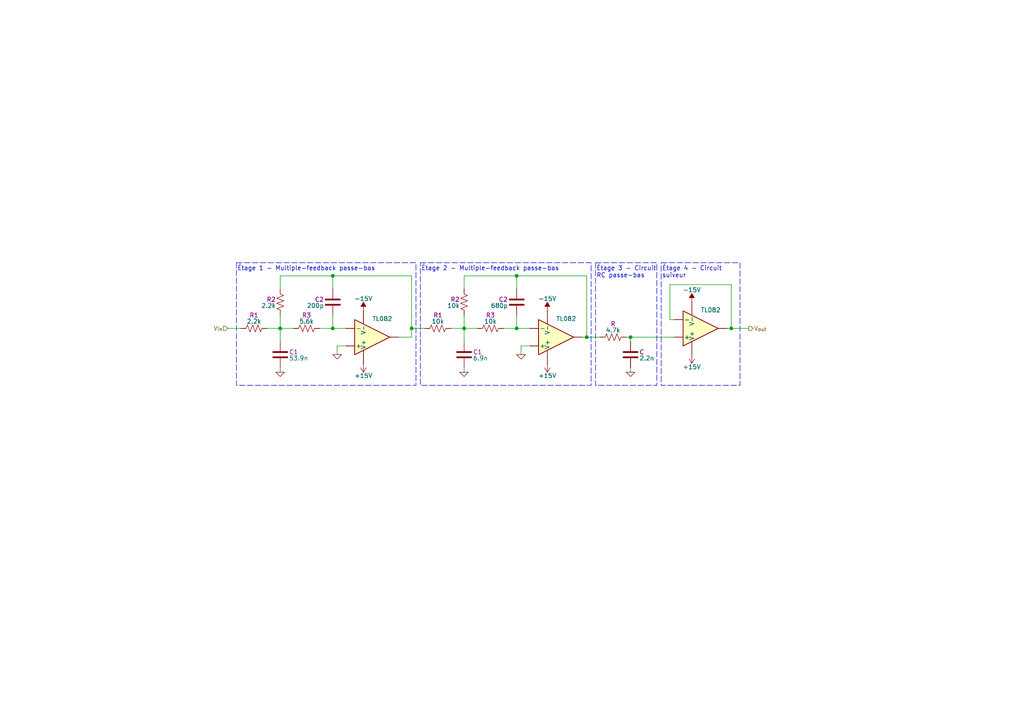
<source format=kicad_sch>
(kicad_sch (version 20250114) (generator "eeschema") (generator_version "9.0")
  (paper "A4")
  (title_block (title "Filtre passe-bas"))
  (lib_symbols
    (symbol "Device:C" (pin_numbers (hide yes)) (pin_names (offset 0.254))
      (property "Reference" "C" (at 0.635 2.54 0))
      (property "Value" "C" (at 0.635 -2.54 0))
      (symbol "C_0_1"
        (polyline (pts (xy -2.032 0.762) (xy 2.032 0.762)) (stroke (width 0.508)))
        (polyline (pts (xy -2.032 -0.762) (xy 2.032 -0.762)) (stroke (width 0.508)))
      )
      (symbol "C_1_1"
        (pin passive line (at 0 3.81 270) (length 2.794) (name "~") (number "1"))
        (pin passive line (at 0 -3.81 90) (length 2.794) (name "~") (number "2"))
      )
    )
    (symbol "Device:R_US" (pin_numbers (hide yes)) (pin_names (offset 0))
      (property "Reference" "R" (at 2.54 0 90))
      (property "Value" "R_US" (at -2.54 0 90))
      (symbol "R_US_0_1"
        (polyline (pts (xy 0 2.286) (xy 0 2.54)))
        (polyline (pts (xy 0 2.286) (xy 1.016 1.905) (xy 0 1.524) (xy -1.016 1.143) (xy 0 0.762)))
        (polyline (pts (xy 0 0.762) (xy 1.016 0.381) (xy 0 0) (xy -1.016 -0.381) (xy 0 -0.762)))
        (polyline (pts (xy 0 -0.762) (xy 1.016 -1.143) (xy 0 -1.524) (xy -1.016 -1.905) (xy 0 -2.286)))
        (polyline (pts (xy 0 -2.286) (xy 0 -2.54)))
      )
      (symbol "R_US_1_1"
        (pin passive line (at 0 3.81 270) (length 1.27) (name "~") (number "1"))
        (pin passive line (at 0 -3.81 90) (length 1.27) (name "~") (number "2"))
      )
    )
    (symbol "Simulation_SPICE:0" (power) (pin_numbers (hide yes)) (pin_names (offset 0) (hide yes))
      (property "Value" "0" (at 0 -2.54 0))
      (symbol "0_0_1"
        (polyline (pts (xy -1.27 0) (xy 0 -1.27) (xy 1.27 0) (xy -1.27 0)))
      )
      (symbol "0_1_1"
        (pin power_in line (at 0 0 0) (length 0) (name "~") (number "1"))
      )
    )
    (symbol "Simulation_SPICE:OPAMP" (pin_numbers (hide yes)) (pin_names (offset 0.254))
      (property "Reference" "U" (at 3.81 3.175 0))
      (property "Value" "${SIM.PARAMS}" (at 3.81 -3.175 0))
      (symbol "OPAMP_0_1"
        (polyline (pts (xy 5.08 0) (xy -5.08 5.08) (xy -5.08 -5.08) (xy 5.08 0)) (stroke (width 0.254)) (fill (type background)))
      )
      (symbol "OPAMP_1_1"
        (pin input line (at -7.62 2.54 0) (length 2.54) (name "+") (number "1"))
        (pin input line (at -7.62 -2.54 0) (length 2.54) (name "-") (number "2"))
        (pin power_in line (at -2.54 7.62 270) (length 3.81) (name "V+") (number "3"))
        (pin power_in line (at -2.54 -7.62 90) (length 3.81) (name "V-") (number "4"))
        (pin output line (at 7.62 0 180) (length 2.54) (name "~") (number "5"))
      )
    )
    (symbol "power:+15V" (power) (pin_numbers (hide yes)) (pin_names (offset 0) (hide yes))
      (property "Value" "+15V" (at 0 3.556 0))
      (symbol "+15V_0_1"
        (polyline (pts (xy -0.762 1.27) (xy 0 2.54)))
        (polyline (pts (xy 0 2.54) (xy 0.762 1.27)))
        (polyline (pts (xy 0 0) (xy 0 2.54)))
      )
      (symbol "+15V_1_1"
        (pin power_in line (at 0 0 90) (length 0) (name "~") (number "1"))
      )
    )
    (symbol "power:-15V" (power) (pin_numbers (hide yes)) (pin_names (offset 0) (hide yes))
      (property "Value" "-15V" (at 0 3.556 0))
      (symbol "-15V_0_0"
        (pin power_in line (at 0 0 90) (length 0) (name "~") (number "1"))
      )
      (symbol "-15V_0_1"
        (polyline (pts (xy 0 0) (xy 0 1.27) (xy 0.762 1.27) (xy 0 2.54) (xy -0.762 1.27) (xy 0 1.27)) (fill (type outline)))
      )
    )
  )
  (rectangle (start 121.92 76.2) (end 171.45 111.76) (stroke (width 0) (type dash)))
  (rectangle (start 191.77 76.2) (end 214.63 111.76) (stroke (width 0) (type dash)))
  (rectangle (start 68.58 76.2) (end 120.65 111.76) (stroke (width 0) (type dash)))
  (rectangle (start 172.72 76.2) (end 190.5 111.76) (stroke (width 0) (type dash)))
  (text "Étage 4 - Circuit \nsuiveur" (at 192.024 77.216 0) (effects (font (size 1.27 1.27)) (justify left top)))
  (text "Étage 2 - Multiple-feedback passe-bas" (at 122.174 77.216 0) (effects (font (size 1.27 1.27)) (justify left top)))
  (text "Étage 3 - Circuit\nRC passe-bas" (at 172.974 77.216 0) (effects (font (size 1.27 1.27)) (justify left top)))
  (text "Étage 1 - Multiple-feedback passe-bas" (at 68.834 77.216 0) (effects (font (size 1.27 1.27)) (justify left top)))
  (junction (at 96.52 80.01))
  (junction (at 149.86 80.01))
  (junction (at 170.18 97.79))
  (junction (at 212.09 95.25))
  (junction (at 182.88 97.79))
  (junction (at 81.28 95.25))
  (junction (at 119.38 95.25))
  (junction (at 149.86 95.25))
  (junction (at 134.62 95.25))
  (junction (at 96.52 95.25))
  (wire (pts (xy 81.28 83.82) (xy 81.28 80.01)))
  (wire (pts (xy 96.52 80.01) (xy 96.52 83.82)))
  (wire (pts (xy 195.58 92.71) (xy 194.31 92.71)))
  (wire (pts (xy 182.88 97.79) (xy 195.58 97.79)))
  (wire (pts (xy 134.62 91.44) (xy 134.62 95.25)))
  (wire (pts (xy 81.28 95.25) (xy 81.28 99.06)))
  (wire (pts (xy 170.18 97.79) (xy 173.99 97.79)))
  (wire (pts (xy 66.04 95.25) (xy 69.85 95.25)))
  (wire (pts (xy 81.28 107.95) (xy 81.28 106.68)))
  (wire (pts (xy 182.88 97.79) (xy 181.61 97.79)))
  (wire (pts (xy 96.52 91.44) (xy 96.52 95.25)))
  (wire (pts (xy 194.31 82.55) (xy 212.09 82.55)))
  (wire (pts (xy 77.47 95.25) (xy 81.28 95.25)))
  (wire (pts (xy 170.18 97.79) (xy 168.91 97.79)))
  (wire (pts (xy 149.86 95.25) (xy 153.67 95.25)))
  (wire (pts (xy 81.28 95.25) (xy 85.09 95.25)))
  (wire (pts (xy 210.82 95.25) (xy 212.09 95.25)))
  (wire (pts (xy 130.81 95.25) (xy 134.62 95.25)))
  (wire (pts (xy 134.62 80.01) (xy 149.86 80.01)))
  (wire (pts (xy 97.79 100.33) (xy 97.79 102.87)))
  (wire (pts (xy 81.28 80.01) (xy 96.52 80.01)))
  (wire (pts (xy 212.09 95.25) (xy 217.17 95.25)))
  (wire (pts (xy 134.62 95.25) (xy 138.43 95.25)))
  (wire (pts (xy 134.62 107.95) (xy 134.62 106.68)))
  (wire (pts (xy 134.62 83.82) (xy 134.62 80.01)))
  (wire (pts (xy 146.05 95.25) (xy 149.86 95.25)))
  (wire (pts (xy 170.18 80.01) (xy 170.18 97.79)))
  (wire (pts (xy 212.09 82.55) (xy 212.09 95.25)))
  (wire (pts (xy 151.13 100.33) (xy 151.13 102.87)))
  (wire (pts (xy 96.52 80.01) (xy 119.38 80.01)))
  (wire (pts (xy 119.38 80.01) (xy 119.38 95.25)))
  (wire (pts (xy 119.38 95.25) (xy 123.19 95.25)))
  (wire (pts (xy 149.86 80.01) (xy 149.86 83.82)))
  (wire (pts (xy 149.86 91.44) (xy 149.86 95.25)))
  (wire (pts (xy 194.31 92.71) (xy 194.31 82.55)))
  (wire (pts (xy 119.38 97.79) (xy 115.57 97.79)))
  (wire (pts (xy 182.88 107.95) (xy 182.88 106.68)))
  (wire (pts (xy 119.38 95.25) (xy 119.38 97.79)))
  (wire (pts (xy 96.52 95.25) (xy 100.33 95.25)))
  (wire (pts (xy 149.86 80.01) (xy 170.18 80.01)))
  (wire (pts (xy 92.71 95.25) (xy 96.52 95.25)))
  (wire (pts (xy 81.28 91.44) (xy 81.28 95.25)))
  (wire (pts (xy 134.62 95.25) (xy 134.62 99.06)))
  (wire (pts (xy 100.33 100.33) (xy 97.79 100.33)))
  (wire (pts (xy 153.67 100.33) (xy 151.13 100.33)))
  (wire (pts (xy 182.88 99.06) (xy 182.88 97.79)))
  (hierarchical_label "V_{in}" (shape input) (at 66.04 95.25 180))
  (hierarchical_label "V_{out}" (shape output) (at 217.17 95.25 0))
  (symbol (lib_id "Device:C") (at 134.62 102.87 0) (unit 1)
    (property "Reference" "C12" (effects (hide yes)))
    (property "Value" "6.9n" (at 137.16 103.886 0) (effects (justify left)))
    (property "Description" "Unpolarized capacitor" (effects (hide yes)))
    (property "Ref.Alt" "C1" (at 137.16 102.108 0) (effects (justify left)))
  )
  (symbol (lib_id "Device:C") (at 96.52 87.63 0) (mirror y) (unit 1)
    (property "Reference" "C10" (effects (hide yes)))
    (property "Value" "200p" (at 93.98 88.646 0) (effects (justify left)))
    (property "Description" "Unpolarized capacitor" (effects (hide yes)))
    (property "Ref.Alt" "C2" (at 93.98 86.868 0) (effects (justify left)))
  )
  (symbol (lib_id "Simulation_SPICE:OPAMP") (at 107.95 97.79 0) (mirror x) (unit 1)
    (property "Reference" "U16" (effects (hide yes)))
    (property "Value" "TL082" (at 107.95 92.456 0) (effects (justify left)))
    (property "Datasheet" "https://ngspice.sourceforge.io/docs/ngspice-html-manual/manual.xhtml#sec__SUBCKT_Subcircuits" (effects (hide yes)))
    (property "Description" "Operational amplifier, single" (effects (hide yes)))
    (property "Sim.Pins" "1=1 2=2 3=3 4=4 5=5" (effects (hide yes)))
    (property "Sim.Device" "SUBCKT" (effects (hide yes)))
    (property "Sim.Library" "TL082.MOD" (effects (hide yes)))
    (property "Sim.Name" "TL082" (effects (hide yes)))
  )
  (symbol (lib_id "Simulation_SPICE:0") (at 182.88 107.95 0) (unit 1)
    (property "Reference" "#GND036" (effects (hide yes)))
    (property "Value" "0" (effects (hide yes)))
    (property "Datasheet" "https://ngspice.sourceforge.io/docs/ngspice-html-manual/manual.xhtml#subsec_Circuit_elements__device" (effects (hide yes)))
    (property "Description" "0V reference potential for simulation" (effects (hide yes)))
  )
  (symbol (lib_id "power:-15V") (at 105.41 90.17 0) (unit 1)
    (property "Reference" "#PWR034" (effects (hide yes)))
    (property "Value" "-15V" (at 105.41 86.614 0))
    (property "Description" "Power symbol creates a global label with name \"-15V\"" (effects (hide yes)))
  )
  (symbol (lib_id "Device:C") (at 149.86 87.63 0) (mirror y) (unit 1)
    (property "Reference" "C13" (effects (hide yes)))
    (property "Value" "680p" (at 147.32 88.646 0) (effects (justify left)))
    (property "Description" "Unpolarized capacitor" (effects (hide yes)))
    (property "Ref.Alt" "C2" (at 147.32 86.868 0) (effects (justify left)))
  )
  (symbol (lib_id "power:+15V") (at 105.41 105.41 180) (unit 1)
    (property "Reference" "#PWR035" (effects (hide yes)))
    (property "Value" "+15V" (at 105.41 108.966 0))
    (property "Description" "Power symbol creates a global label with name \"+15V\"" (effects (hide yes)))
  )
  (symbol (lib_id "Device:C") (at 81.28 102.87 0) (unit 1)
    (property "Reference" "C11" (effects (hide yes)))
    (property "Value" "53.9n" (at 83.82 103.886 0) (effects (justify left)))
    (property "Description" "Unpolarized capacitor" (effects (hide yes)))
    (property "Ref.Alt" "C1" (at 83.82 102.108 0) (effects (justify left)))
  )
  (symbol (lib_id "power:+15V") (at 158.75 105.41 180) (unit 1)
    (property "Reference" "#PWR037" (effects (hide yes)))
    (property "Value" "+15V" (at 158.75 108.966 0))
    (property "Description" "Power symbol creates a global label with name \"+15V\"" (effects (hide yes)))
  )
  (symbol (lib_id "Device:R_US") (at 127 95.25 90) (unit 1)
    (property "Reference" "R38" (effects (hide yes)))
    (property "Value" "10k" (at 127 93.218 90))
    (property "Description" "Resistor, US symbol" (effects (hide yes)))
    (property "Ref.Alt" "R1" (at 127 91.44 90))
  )
  (symbol (lib_id "Simulation_SPICE:OPAMP") (at 203.2 95.25 0) (mirror x) (unit 1)
    (property "Reference" "U23" (effects (hide yes)))
    (property "Value" "TL082" (at 203.2 89.916 0) (effects (justify left)))
    (property "Datasheet" "https://ngspice.sourceforge.io/docs/ngspice-html-manual/manual.xhtml#sec__SUBCKT_Subcircuits" (effects (hide yes)))
    (property "Description" "Operational amplifier, single" (effects (hide yes)))
    (property "Sim.Pins" "1=1 2=2 3=3 4=4 5=5" (effects (hide yes)))
    (property "Sim.Device" "SUBCKT" (effects (hide yes)))
    (property "Sim.Library" "TL082.MOD" (effects (hide yes)))
    (property "Sim.Name" "TL082" (effects (hide yes)))
  )
  (symbol (lib_id "Simulation_SPICE:0") (at 81.28 107.95 0) (unit 1)
    (property "Reference" "#GND023" (effects (hide yes)))
    (property "Value" "0" (effects (hide yes)))
    (property "Datasheet" "https://ngspice.sourceforge.io/docs/ngspice-html-manual/manual.xhtml#subsec_Circuit_elements__device" (effects (hide yes)))
    (property "Description" "0V reference potential for simulation" (effects (hide yes)))
  )
  (symbol (lib_id "Simulation_SPICE:OPAMP") (at 161.29 97.79 0) (mirror x) (unit 1)
    (property "Reference" "U17" (effects (hide yes)))
    (property "Value" "TL082" (at 161.29 92.456 0) (effects (justify left)))
    (property "Datasheet" "https://ngspice.sourceforge.io/docs/ngspice-html-manual/manual.xhtml#sec__SUBCKT_Subcircuits" (effects (hide yes)))
    (property "Description" "Operational amplifier, single" (effects (hide yes)))
    (property "Sim.Pins" "1=1 2=2 3=3 4=4 5=5" (effects (hide yes)))
    (property "Sim.Device" "SUBCKT" (effects (hide yes)))
    (property "Sim.Library" "TL082.MOD" (effects (hide yes)))
    (property "Sim.Name" "TL082" (effects (hide yes)))
  )
  (symbol (lib_id "power:-15V") (at 200.66 87.63 0) (unit 1)
    (property "Reference" "#PWR048" (effects (hide yes)))
    (property "Value" "-15V" (at 200.66 84.074 0))
    (property "Description" "Power symbol creates a global label with name \"-15V\"" (effects (hide yes)))
  )
  (symbol (lib_id "Simulation_SPICE:0") (at 151.13 102.87 0) (unit 1)
    (property "Reference" "#GND025" (effects (hide yes)))
    (property "Value" "0" (effects (hide yes)))
    (property "Datasheet" "https://ngspice.sourceforge.io/docs/ngspice-html-manual/manual.xhtml#subsec_Circuit_elements__device" (effects (hide yes)))
    (property "Description" "0V reference potential for simulation" (effects (hide yes)))
  )
  (symbol (lib_id "Device:R_US") (at 73.66 95.25 90) (unit 1)
    (property "Reference" "R37" (effects (hide yes)))
    (property "Value" "2.2k" (at 73.66 93.218 90))
    (property "Description" "Resistor, US symbol" (effects (hide yes)))
    (property "Ref.Alt" "R1" (at 73.66 91.44 90))
  )
  (symbol (lib_id "Device:R_US") (at 142.24 95.25 90) (unit 1)
    (property "Reference" "R40" (effects (hide yes)))
    (property "Value" "10k" (at 142.24 93.218 90))
    (property "Description" "Resistor, US symbol" (effects (hide yes)))
    (property "Ref.Alt" "R3" (at 142.24 91.44 90))
  )
  (symbol (lib_id "Device:R_US") (at 134.62 87.63 180) (unit 1)
    (property "Reference" "R39" (effects (hide yes)))
    (property "Value" "10k" (at 133.35 88.646 0) (effects (justify left)))
    (property "Description" "Resistor, US symbol" (effects (hide yes)))
    (property "Ref.Alt" "R2" (at 133.35 86.868 0) (effects (justify left)))
  )
  (symbol (lib_id "power:+15V") (at 200.66 102.87 180) (unit 1)
    (property "Reference" "#PWR049" (effects (hide yes)))
    (property "Value" "+15V" (at 200.66 106.426 0))
    (property "Description" "Power symbol creates a global label with name \"+15V\"" (effects (hide yes)))
  )
  (symbol (lib_id "power:-15V") (at 158.75 90.17 0) (unit 1)
    (property "Reference" "#PWR036" (effects (hide yes)))
    (property "Value" "-15V" (at 158.75 86.614 0))
    (property "Description" "Power symbol creates a global label with name \"-15V\"" (effects (hide yes)))
  )
  (symbol (lib_id "Device:R_US") (at 88.9 95.25 90) (unit 1)
    (property "Reference" "R35" (effects (hide yes)))
    (property "Value" "5.6k" (at 88.9 93.218 90))
    (property "Description" "Resistor, US symbol" (effects (hide yes)))
    (property "Ref.Alt" "R3" (at 88.9 91.44 90))
  )
  (symbol (lib_id "Simulation_SPICE:0") (at 134.62 107.95 0) (unit 1)
    (property "Reference" "#GND024" (effects (hide yes)))
    (property "Value" "0" (effects (hide yes)))
    (property "Datasheet" "https://ngspice.sourceforge.io/docs/ngspice-html-manual/manual.xhtml#subsec_Circuit_elements__device" (effects (hide yes)))
    (property "Description" "0V reference potential for simulation" (effects (hide yes)))
  )
  (symbol (lib_id "Device:R_US") (at 81.28 87.63 180) (unit 1)
    (property "Reference" "R36" (effects (hide yes)))
    (property "Value" "2.2k" (at 80.01 88.646 0) (effects (justify left)))
    (property "Description" "Resistor, US symbol" (effects (hide yes)))
    (property "Ref.Alt" "R2" (at 80.01 86.868 0) (effects (justify left)))
  )
  (symbol (lib_id "Device:R_US") (at 177.8 97.79 90) (unit 1)
    (property "Reference" "R60" (effects (hide yes)))
    (property "Value" "4.7k" (at 177.8 95.758 90))
    (property "Description" "Resistor, US symbol" (effects (hide yes)))
    (property "Ref.Alt" "R" (at 177.8 93.98 90))
  )
  (symbol (lib_id "Device:C") (at 182.88 102.87 0) (unit 1)
    (property "Reference" "C22" (effects (hide yes)))
    (property "Value" "2.2n" (at 185.42 103.886 0) (effects (justify left)))
    (property "Description" "Unpolarized capacitor" (effects (hide yes)))
    (property "Ref.Alt" "C" (at 185.42 102.108 0) (effects (justify left)))
  )
  (symbol (lib_id "Simulation_SPICE:0") (at 97.79 102.87 0) (unit 1)
    (property "Reference" "#GND022" (effects (hide yes)))
    (property "Value" "0" (effects (hide yes)))
    (property "Datasheet" "https://ngspice.sourceforge.io/docs/ngspice-html-manual/manual.xhtml#subsec_Circuit_elements__device" (effects (hide yes)))
    (property "Description" "0V reference potential for simulation" (effects (hide yes)))
  )
)
</source>
